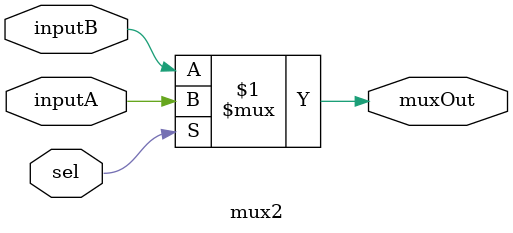
<source format=sv>
`timescale 1ns / 1ps

(* keep = "true", s = "true", dont_touch = "true", allow_opt_tiling = "false" *)
module mux2(
    input inputA,
    input inputB,
    input sel,
    output muxOut
    );
    assign muxOut = sel ? inputA : inputB;
endmodule

</source>
